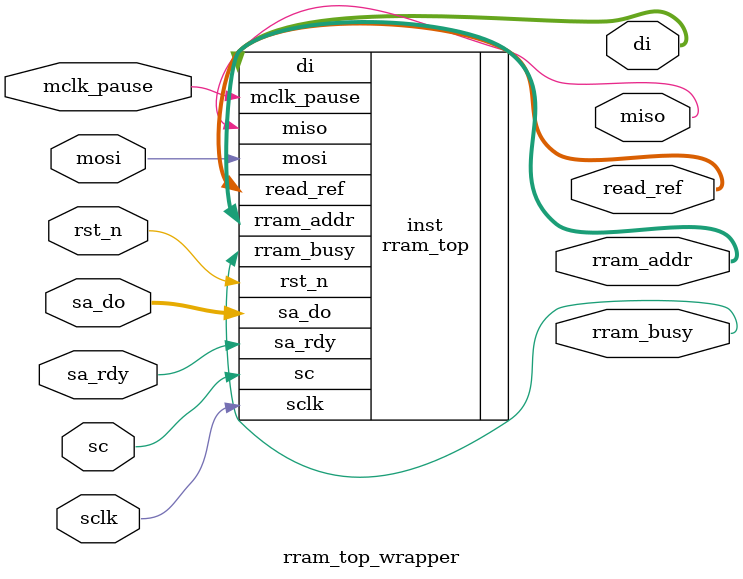
<source format=v>
module rram_top_wrapper (
  mclk_pause,
  rst_n,
  rram_busy,
  sclk,
  sc,
  mosi,
  miso,
//  aclk,
//  bl_en,
//  bleed_en,
//  bsl_dac_config,
//  bsl_dac_en,
//  clamp_ref,
  di,
//  read_dac_config,
//  read_dac_en,
  read_ref,
  rram_addr,
//  sa_clk,
//  sa_en,
//  set_rst,
//  sl_en,
//  we,
//  wl_dac_config,
//  wl_dac_en,
//  wl_en,
  sa_do,
  sa_rdy
);

input wire mclk_pause;
input wire rst_n;
output wire rram_busy;
input wire sclk;
input wire sc;
input wire mosi;
output wire miso;
//output wire aclk;
//output wire bl_en;
//output wire bleed_en;
//output wire [4 : 0] bsl_dac_config;
//output wire bsl_dac_en;
//output wire [5 : 0] clamp_ref;
output wire [47 : 0] di;
//output wire [3 : 0] read_dac_config;
//output wire read_dac_en;
output wire [5 : 0] read_ref;
output wire [15 : 0] rram_addr;
//output wire sa_clk;
//output wire sa_en;
//output wire set_rst;
//output wire sl_en;
//output wire we;
//output wire [7 : 0] wl_dac_config;
//output wire wl_dac_en;
//output wire wl_en;
input wire [47 : 0] sa_do;
input wire sa_rdy;

  rram_top inst (
    .mclk_pause(mclk_pause),
    .rst_n(rst_n),
    .rram_busy(rram_busy),
    .sclk(sclk),
    .sc(sc),
    .mosi(mosi),
    .miso(miso),
//    .aclk(aclk),
//    .bl_en(bl_en),
//    .bleed_en(bleed_en),
//    .bsl_dac_config(bsl_dac_config),
//    .bsl_dac_en(bsl_dac_en),
//    .clamp_ref(clamp_ref),
    .di(di),
//    .read_dac_config(read_dac_config),
//    .read_dac_en(read_dac_en),
    .read_ref(read_ref),
    .rram_addr(rram_addr),
//    .sa_clk(sa_clk),
//    .sa_en(sa_en),
//    .set_rst(set_rst),
//    .sl_en(sl_en),
//    .we(we),
//    .wl_dac_config(wl_dac_config),
//    .wl_dac_en(wl_dac_en),
//    .wl_en(wl_en),
    .sa_do(sa_do),
    .sa_rdy(sa_rdy)
  );
endmodule

</source>
